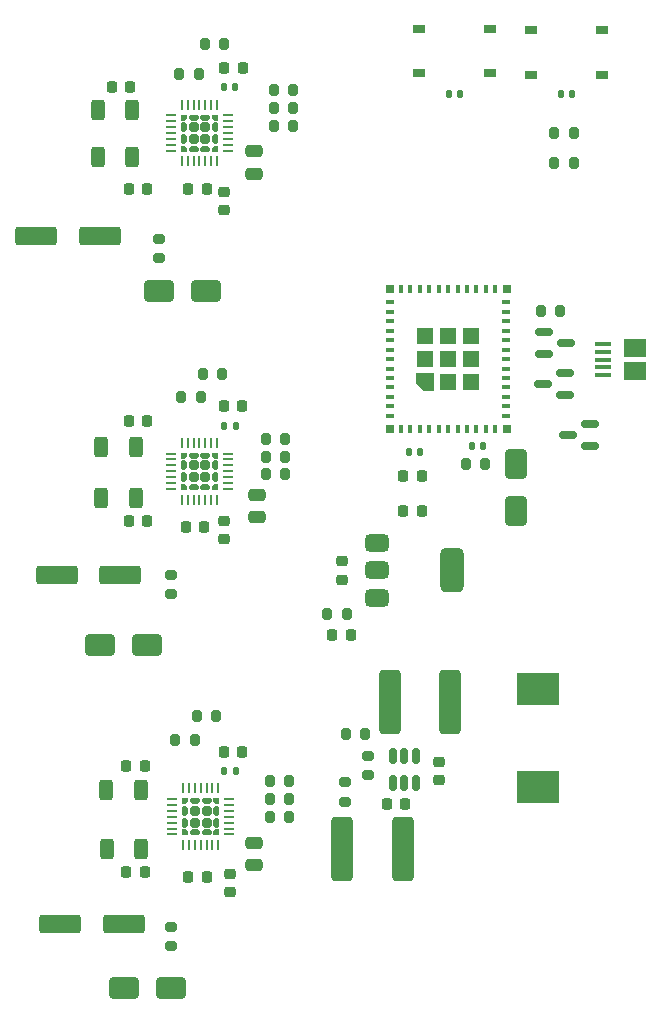
<source format=gbr>
%TF.GenerationSoftware,KiCad,Pcbnew,9.0.0*%
%TF.CreationDate,2025-05-07T21:56:05-07:00*%
%TF.ProjectId,Motor_Controller_Board_v1,4d6f746f-725f-4436-9f6e-74726f6c6c65,v1*%
%TF.SameCoordinates,Original*%
%TF.FileFunction,Paste,Top*%
%TF.FilePolarity,Positive*%
%FSLAX46Y46*%
G04 Gerber Fmt 4.6, Leading zero omitted, Abs format (unit mm)*
G04 Created by KiCad (PCBNEW 9.0.0) date 2025-05-07 21:56:05*
%MOMM*%
%LPD*%
G01*
G04 APERTURE LIST*
G04 Aperture macros list*
%AMRoundRect*
0 Rectangle with rounded corners*
0 $1 Rounding radius*
0 $2 $3 $4 $5 $6 $7 $8 $9 X,Y pos of 4 corners*
0 Add a 4 corners polygon primitive as box body*
4,1,4,$2,$3,$4,$5,$6,$7,$8,$9,$2,$3,0*
0 Add four circle primitives for the rounded corners*
1,1,$1+$1,$2,$3*
1,1,$1+$1,$4,$5*
1,1,$1+$1,$6,$7*
1,1,$1+$1,$8,$9*
0 Add four rect primitives between the rounded corners*
20,1,$1+$1,$2,$3,$4,$5,0*
20,1,$1+$1,$4,$5,$6,$7,0*
20,1,$1+$1,$6,$7,$8,$9,0*
20,1,$1+$1,$8,$9,$2,$3,0*%
%AMFreePoly0*
4,1,19,0.197042,0.235489,0.244234,0.181026,0.255792,0.127896,0.255792,-0.127896,0.235489,-0.197042,0.181026,-0.244234,0.127896,-0.255792,-0.127896,-0.255792,-0.197042,-0.235489,-0.244234,-0.181026,-0.255792,-0.127896,-0.255792,-0.037322,-0.235489,0.031824,-0.218332,0.053114,-0.053114,0.218332,0.010136,0.252869,0.037322,0.255792,0.127896,0.255792,0.197042,0.235489,0.197042,0.235489,
$1*%
%AMFreePoly1*
4,1,21,0.197042,0.388965,0.244234,0.334502,0.255792,0.281372,0.255792,-0.281372,0.235489,-0.350518,0.181026,-0.397710,0.127896,-0.409268,0.003297,-0.409268,-0.065849,-0.388965,-0.087139,-0.371808,-0.218332,-0.240614,-0.252869,-0.177364,-0.255792,-0.150178,-0.255792,0.150178,-0.235489,0.219324,-0.218332,0.240614,-0.087139,0.371808,-0.023890,0.406345,0.003297,0.409268,0.127896,0.409268,
0.197042,0.388965,0.197042,0.388965,$1*%
%AMFreePoly2*
4,1,19,0.197042,0.235489,0.244234,0.181026,0.255792,0.127896,0.255792,-0.127896,0.235489,-0.197042,0.181026,-0.244234,0.127896,-0.255792,0.037322,-0.255792,-0.031824,-0.235489,-0.053114,-0.218332,-0.218332,-0.053114,-0.252869,0.010136,-0.255792,0.037322,-0.255792,0.127896,-0.235489,0.197042,-0.181026,0.244234,-0.127896,0.255792,0.127896,0.255792,0.197042,0.235489,0.197042,0.235489,
$1*%
%AMFreePoly3*
4,1,21,0.219324,0.235489,0.240614,0.218332,0.371808,0.087139,0.406345,0.023890,0.409268,-0.003297,0.409268,-0.127896,0.388965,-0.197042,0.334502,-0.244234,0.281372,-0.255792,-0.281372,-0.255792,-0.350518,-0.235489,-0.397710,-0.181026,-0.409268,-0.127896,-0.409268,-0.003297,-0.388965,0.065849,-0.371808,0.087139,-0.240614,0.218332,-0.177364,0.252869,-0.150178,0.255792,0.150178,0.255792,
0.219324,0.235489,0.219324,0.235489,$1*%
%AMFreePoly4*
4,1,25,0.252563,0.389951,0.272819,0.373627,0.373627,0.272819,0.406487,0.212641,0.409268,0.186775,0.409268,-0.186775,0.389951,-0.252563,0.373627,-0.272819,0.272819,-0.373627,0.212641,-0.406487,0.186775,-0.409268,-0.186775,-0.409268,-0.252563,-0.389951,-0.272819,-0.373627,-0.373627,-0.272819,-0.406487,-0.212641,-0.409268,-0.186775,-0.409268,0.186775,-0.389951,0.252563,-0.373627,0.272819,
-0.272819,0.373627,-0.212641,0.406487,-0.186775,0.409268,0.186775,0.409268,0.252563,0.389951,0.252563,0.389951,$1*%
%AMFreePoly5*
4,1,21,0.350518,0.235489,0.397710,0.181026,0.409268,0.127896,0.409268,0.003297,0.388965,-0.065849,0.371808,-0.087139,0.240614,-0.218332,0.177364,-0.252869,0.150178,-0.255792,-0.150178,-0.255792,-0.219324,-0.235489,-0.240614,-0.218332,-0.371808,-0.087139,-0.406345,-0.023890,-0.409268,0.003297,-0.409268,0.127896,-0.388965,0.197042,-0.334502,0.244234,-0.281372,0.255792,0.281372,0.255792,
0.350518,0.235489,0.350518,0.235489,$1*%
%AMFreePoly6*
4,1,19,0.031824,0.235489,0.053114,0.218332,0.218332,0.053114,0.252869,-0.010136,0.255792,-0.037322,0.255792,-0.127896,0.235489,-0.197042,0.181026,-0.244234,0.127896,-0.255792,-0.127896,-0.255792,-0.197042,-0.235489,-0.244234,-0.181026,-0.255792,-0.127896,-0.255792,0.127896,-0.235489,0.197042,-0.181026,0.244234,-0.127896,0.255792,-0.037322,0.255792,0.031824,0.235489,0.031824,0.235489,
$1*%
%AMFreePoly7*
4,1,21,0.065849,0.388965,0.087139,0.371808,0.218332,0.240614,0.252869,0.177364,0.255792,0.150178,0.255792,-0.150178,0.235489,-0.219324,0.218332,-0.240614,0.087139,-0.371808,0.023890,-0.406345,-0.003297,-0.409268,-0.127896,-0.409268,-0.197042,-0.388965,-0.244234,-0.334502,-0.255792,-0.281372,-0.255792,0.281372,-0.235489,0.350518,-0.181026,0.397710,-0.127896,0.409268,-0.003297,0.409268,
0.065849,0.388965,0.065849,0.388965,$1*%
%AMFreePoly8*
4,1,19,0.197042,0.235489,0.244234,0.181026,0.255792,0.127896,0.255792,0.037322,0.235489,-0.031824,0.218332,-0.053114,0.053114,-0.218332,-0.010136,-0.252869,-0.037322,-0.255792,-0.127896,-0.255792,-0.197042,-0.235489,-0.244234,-0.181026,-0.255792,-0.127896,-0.255792,0.127896,-0.235489,0.197042,-0.181026,0.244234,-0.127896,0.255792,0.127896,0.255792,0.197042,0.235489,0.197042,0.235489,
$1*%
%AMFreePoly9*
4,1,6,0.725000,-0.725000,-0.725000,-0.725000,-0.725000,0.125000,-0.125000,0.725000,0.725000,0.725000,0.725000,-0.725000,0.725000,-0.725000,$1*%
G04 Aperture macros list end*
%ADD10RoundRect,0.150000X0.587500X0.150000X-0.587500X0.150000X-0.587500X-0.150000X0.587500X-0.150000X0*%
%ADD11RoundRect,0.150000X-0.587500X-0.150000X0.587500X-0.150000X0.587500X0.150000X-0.587500X0.150000X0*%
%ADD12RoundRect,0.062500X0.387500X-0.062500X0.387500X0.062500X-0.387500X0.062500X-0.387500X-0.062500X0*%
%ADD13RoundRect,0.062500X0.062500X-0.387500X0.062500X0.387500X-0.062500X0.387500X-0.062500X-0.387500X0*%
%ADD14FreePoly0,90.000000*%
%ADD15FreePoly1,90.000000*%
%ADD16FreePoly2,90.000000*%
%ADD17FreePoly3,90.000000*%
%ADD18FreePoly4,90.000000*%
%ADD19FreePoly5,90.000000*%
%ADD20FreePoly6,90.000000*%
%ADD21FreePoly7,90.000000*%
%ADD22FreePoly8,90.000000*%
%ADD23R,1.000000X0.750000*%
%ADD24RoundRect,0.225000X-0.225000X-0.250000X0.225000X-0.250000X0.225000X0.250000X-0.225000X0.250000X0*%
%ADD25RoundRect,0.225000X0.225000X0.250000X-0.225000X0.250000X-0.225000X-0.250000X0.225000X-0.250000X0*%
%ADD26RoundRect,0.250000X1.500000X0.550000X-1.500000X0.550000X-1.500000X-0.550000X1.500000X-0.550000X0*%
%ADD27RoundRect,0.140000X0.140000X0.170000X-0.140000X0.170000X-0.140000X-0.170000X0.140000X-0.170000X0*%
%ADD28RoundRect,0.250000X0.650000X-1.000000X0.650000X1.000000X-0.650000X1.000000X-0.650000X-1.000000X0*%
%ADD29RoundRect,0.225000X0.250000X-0.225000X0.250000X0.225000X-0.250000X0.225000X-0.250000X-0.225000X0*%
%ADD30RoundRect,0.200000X0.200000X0.275000X-0.200000X0.275000X-0.200000X-0.275000X0.200000X-0.275000X0*%
%ADD31RoundRect,0.200000X-0.275000X0.200000X-0.275000X-0.200000X0.275000X-0.200000X0.275000X0.200000X0*%
%ADD32RoundRect,0.200000X-0.200000X-0.275000X0.200000X-0.275000X0.200000X0.275000X-0.200000X0.275000X0*%
%ADD33RoundRect,0.250000X0.650000X2.450000X-0.650000X2.450000X-0.650000X-2.450000X0.650000X-2.450000X0*%
%ADD34RoundRect,0.218750X0.218750X0.256250X-0.218750X0.256250X-0.218750X-0.256250X0.218750X-0.256250X0*%
%ADD35RoundRect,0.250000X0.312500X0.625000X-0.312500X0.625000X-0.312500X-0.625000X0.312500X-0.625000X0*%
%ADD36RoundRect,0.250000X-0.475000X0.250000X-0.475000X-0.250000X0.475000X-0.250000X0.475000X0.250000X0*%
%ADD37RoundRect,0.140000X-0.140000X-0.170000X0.140000X-0.170000X0.140000X0.170000X-0.140000X0.170000X0*%
%ADD38RoundRect,0.250000X1.000000X0.650000X-1.000000X0.650000X-1.000000X-0.650000X1.000000X-0.650000X0*%
%ADD39RoundRect,0.200000X0.275000X-0.200000X0.275000X0.200000X-0.275000X0.200000X-0.275000X-0.200000X0*%
%ADD40RoundRect,0.225000X-0.250000X0.225000X-0.250000X-0.225000X0.250000X-0.225000X0.250000X0.225000X0*%
%ADD41R,3.600000X2.700000*%
%ADD42R,1.350000X0.400000*%
%ADD43R,1.900000X1.500000*%
%ADD44RoundRect,0.375000X-0.625000X-0.375000X0.625000X-0.375000X0.625000X0.375000X-0.625000X0.375000X0*%
%ADD45RoundRect,0.500000X-0.500000X-1.400000X0.500000X-1.400000X0.500000X1.400000X-0.500000X1.400000X0*%
%ADD46RoundRect,0.150000X-0.150000X0.512500X-0.150000X-0.512500X0.150000X-0.512500X0.150000X0.512500X0*%
%ADD47R,0.400000X0.800000*%
%ADD48R,0.800000X0.400000*%
%ADD49FreePoly9,90.000000*%
%ADD50R,1.450000X1.450000*%
%ADD51R,0.700000X0.700000*%
%ADD52RoundRect,0.250000X-1.000000X-0.650000X1.000000X-0.650000X1.000000X0.650000X-1.000000X0.650000X0*%
G04 APERTURE END LIST*
D10*
%TO.C,D301*%
X176450000Y-101850000D03*
X178325000Y-100900000D03*
X178325000Y-102800000D03*
%TD*%
D11*
%TO.C,D302*%
X178450000Y-98400000D03*
X176575000Y-99350000D03*
X176575000Y-97450000D03*
%TD*%
D10*
%TO.C,D304*%
X178575000Y-106200000D03*
X180450000Y-105250000D03*
X180450000Y-107150000D03*
%TD*%
D12*
%TO.C,U401*%
X145000000Y-82120000D03*
X145000000Y-81620000D03*
X145000000Y-81120000D03*
X145000000Y-80620000D03*
X145000000Y-80120000D03*
X145000000Y-79620000D03*
X145000000Y-79120000D03*
D13*
X145900000Y-78220000D03*
X146400000Y-78220000D03*
X146900000Y-78220000D03*
X147400000Y-78220000D03*
X147900000Y-78220000D03*
X148400000Y-78220000D03*
X148900000Y-78220000D03*
D12*
X149800000Y-79120000D03*
X149800000Y-79620000D03*
X149800000Y-80120000D03*
X149800000Y-80620000D03*
X149800000Y-81120000D03*
X149800000Y-81620000D03*
X149800000Y-82120000D03*
D13*
X148900000Y-83020000D03*
X148400000Y-83020000D03*
X147900000Y-83020000D03*
X147400000Y-83020000D03*
X146900000Y-83020000D03*
X146400000Y-83020000D03*
X145900000Y-83020000D03*
D14*
X148712500Y-79307500D03*
D15*
X147900000Y-79307500D03*
X146900000Y-79307500D03*
D16*
X146087500Y-79307500D03*
D17*
X148712500Y-80120000D03*
D18*
X147900000Y-80120000D03*
X146900000Y-80120000D03*
D19*
X146087500Y-80120000D03*
D17*
X148712500Y-81120000D03*
D18*
X147900000Y-81120000D03*
X146900000Y-81120000D03*
D19*
X146087500Y-81120000D03*
D20*
X148712500Y-81932500D03*
D21*
X147900000Y-81932500D03*
X146900000Y-81932500D03*
D22*
X146087500Y-81932500D03*
%TD*%
D12*
%TO.C,U402*%
X145100000Y-140000000D03*
X145100000Y-139500000D03*
X145100000Y-139000000D03*
X145100000Y-138500000D03*
X145100000Y-138000000D03*
X145100000Y-137500000D03*
X145100000Y-137000000D03*
D13*
X146000000Y-136100000D03*
X146500000Y-136100000D03*
X147000000Y-136100000D03*
X147500000Y-136100000D03*
X148000000Y-136100000D03*
X148500000Y-136100000D03*
X149000000Y-136100000D03*
D12*
X149900000Y-137000000D03*
X149900000Y-137500000D03*
X149900000Y-138000000D03*
X149900000Y-138500000D03*
X149900000Y-139000000D03*
X149900000Y-139500000D03*
X149900000Y-140000000D03*
D13*
X149000000Y-140900000D03*
X148500000Y-140900000D03*
X148000000Y-140900000D03*
X147500000Y-140900000D03*
X147000000Y-140900000D03*
X146500000Y-140900000D03*
X146000000Y-140900000D03*
D14*
X148812500Y-137187500D03*
D15*
X148000000Y-137187500D03*
X147000000Y-137187500D03*
D16*
X146187500Y-137187500D03*
D17*
X148812500Y-138000000D03*
D18*
X148000000Y-138000000D03*
X147000000Y-138000000D03*
D19*
X146187500Y-138000000D03*
D17*
X148812500Y-139000000D03*
D18*
X148000000Y-139000000D03*
X147000000Y-139000000D03*
D19*
X146187500Y-139000000D03*
D20*
X148812500Y-139812500D03*
D21*
X148000000Y-139812500D03*
X147000000Y-139812500D03*
D22*
X146187500Y-139812500D03*
%TD*%
D12*
%TO.C,U403*%
X145000000Y-110750000D03*
X145000000Y-110250000D03*
X145000000Y-109750000D03*
X145000000Y-109250000D03*
X145000000Y-108750000D03*
X145000000Y-108250000D03*
X145000000Y-107750000D03*
D13*
X145900000Y-106850000D03*
X146400000Y-106850000D03*
X146900000Y-106850000D03*
X147400000Y-106850000D03*
X147900000Y-106850000D03*
X148400000Y-106850000D03*
X148900000Y-106850000D03*
D12*
X149800000Y-107750000D03*
X149800000Y-108250000D03*
X149800000Y-108750000D03*
X149800000Y-109250000D03*
X149800000Y-109750000D03*
X149800000Y-110250000D03*
X149800000Y-110750000D03*
D13*
X148900000Y-111650000D03*
X148400000Y-111650000D03*
X147900000Y-111650000D03*
X147400000Y-111650000D03*
X146900000Y-111650000D03*
X146400000Y-111650000D03*
X145900000Y-111650000D03*
D14*
X148712500Y-107937500D03*
D15*
X147900000Y-107937500D03*
X146900000Y-107937500D03*
D16*
X146087500Y-107937500D03*
D17*
X148712500Y-108750000D03*
D18*
X147900000Y-108750000D03*
X146900000Y-108750000D03*
D19*
X146087500Y-108750000D03*
D17*
X148712500Y-109750000D03*
D18*
X147900000Y-109750000D03*
X146900000Y-109750000D03*
D19*
X146087500Y-109750000D03*
D20*
X148712500Y-110562500D03*
D21*
X147900000Y-110562500D03*
X146900000Y-110562500D03*
D22*
X146087500Y-110562500D03*
%TD*%
D23*
%TO.C,SW301*%
X166000000Y-71800000D03*
X172000000Y-71800000D03*
X166000000Y-75550000D03*
X172000000Y-75550000D03*
%TD*%
D24*
%TO.C,C424*%
X146225000Y-114000000D03*
X147775000Y-114000000D03*
%TD*%
D25*
%TO.C,C206*%
X166225000Y-112650000D03*
X164675000Y-112650000D03*
%TD*%
D26*
%TO.C,C410*%
X139000000Y-89370000D03*
X133600000Y-89370000D03*
%TD*%
D27*
%TO.C,C403*%
X150480000Y-134650000D03*
X149520000Y-134650000D03*
%TD*%
D28*
%TO.C,D303*%
X174200000Y-112650000D03*
X174200000Y-108650000D03*
%TD*%
D29*
%TO.C,C205*%
X159450000Y-118425000D03*
X159450000Y-116875000D03*
%TD*%
D30*
%TO.C,R402*%
X147325000Y-75620000D03*
X145675000Y-75620000D03*
%TD*%
D31*
%TO.C,R407*%
X145000000Y-147795000D03*
X145000000Y-149445000D03*
%TD*%
D24*
%TO.C,C412*%
X146450000Y-85370000D03*
X148000000Y-85370000D03*
%TD*%
D26*
%TO.C,C415*%
X141000000Y-147620000D03*
X135600000Y-147620000D03*
%TD*%
D30*
%TO.C,R404*%
X147000000Y-132000000D03*
X145350000Y-132000000D03*
%TD*%
D27*
%TO.C,C417*%
X150480000Y-105400000D03*
X149520000Y-105400000D03*
%TD*%
D30*
%TO.C,R411*%
X155325000Y-79980000D03*
X153675000Y-79980000D03*
%TD*%
D27*
%TO.C,C401*%
X150400000Y-76700000D03*
X149440000Y-76700000D03*
%TD*%
D32*
%TO.C,R203*%
X159775000Y-131500000D03*
X161425000Y-131500000D03*
%TD*%
%TO.C,R201*%
X158210000Y-121300000D03*
X159860000Y-121300000D03*
%TD*%
D30*
%TO.C,R418*%
X147500000Y-103000000D03*
X145850000Y-103000000D03*
%TD*%
D33*
%TO.C,C204*%
X168600000Y-128800000D03*
X163500000Y-128800000D03*
%TD*%
D34*
%TO.C,D201*%
X160237500Y-123150000D03*
X158662500Y-123150000D03*
%TD*%
D30*
%TO.C,R403*%
X148825000Y-130000000D03*
X147175000Y-130000000D03*
%TD*%
D32*
%TO.C,R302*%
X177450000Y-80650000D03*
X179100000Y-80650000D03*
%TD*%
D35*
%TO.C,R422*%
X142000000Y-111500000D03*
X139075000Y-111500000D03*
%TD*%
D36*
%TO.C,C411*%
X152000000Y-140720000D03*
X152000000Y-142620000D03*
%TD*%
D37*
%TO.C,C304*%
X170450000Y-107150000D03*
X171410000Y-107150000D03*
%TD*%
D35*
%TO.C,R421*%
X142000000Y-107210000D03*
X139075000Y-107210000D03*
%TD*%
D37*
%TO.C,C301*%
X165145000Y-107640000D03*
X166105000Y-107640000D03*
%TD*%
D33*
%TO.C,C202*%
X164600000Y-141200000D03*
X159500000Y-141200000D03*
%TD*%
D38*
%TO.C,D403*%
X143000000Y-124000000D03*
X139000000Y-124000000D03*
%TD*%
D24*
%TO.C,C421*%
X141450000Y-113500000D03*
X143000000Y-113500000D03*
%TD*%
D36*
%TO.C,C407*%
X152000000Y-82170000D03*
X152000000Y-84070000D03*
%TD*%
D35*
%TO.C,R409*%
X141712500Y-78620000D03*
X138787500Y-78620000D03*
%TD*%
D39*
%TO.C,R202*%
X159750000Y-137250000D03*
X159750000Y-135600000D03*
%TD*%
D32*
%TO.C,R401*%
X147865000Y-73090000D03*
X149515000Y-73090000D03*
%TD*%
%TO.C,R303*%
X177450000Y-83160000D03*
X179100000Y-83160000D03*
%TD*%
D40*
%TO.C,C406*%
X150000000Y-143325000D03*
X150000000Y-144875000D03*
%TD*%
D41*
%TO.C,L201*%
X176050000Y-135950000D03*
X176050000Y-127650000D03*
%TD*%
D42*
%TO.C,J302*%
X181575000Y-101100000D03*
X181575000Y-100450000D03*
X181575000Y-99800000D03*
X181575000Y-99150000D03*
X181575000Y-98500000D03*
D43*
X184275000Y-100800000D03*
X184275000Y-98800000D03*
%TD*%
D40*
%TO.C,C419*%
X149500000Y-113450000D03*
X149500000Y-115000000D03*
%TD*%
D38*
%TO.C,D402*%
X145000000Y-153000000D03*
X141000000Y-153000000D03*
%TD*%
D24*
%TO.C,C409*%
X140005000Y-76680000D03*
X141555000Y-76680000D03*
%TD*%
D30*
%TO.C,R424*%
X154650000Y-106500000D03*
X153000000Y-106500000D03*
%TD*%
D24*
%TO.C,C422*%
X141450000Y-105000000D03*
X143000000Y-105000000D03*
%TD*%
D30*
%TO.C,R423*%
X154650000Y-109500000D03*
X153000000Y-109500000D03*
%TD*%
D44*
%TO.C,U202*%
X162450000Y-115350000D03*
X162450000Y-117650000D03*
D45*
X168750000Y-117650000D03*
D44*
X162450000Y-119950000D03*
%TD*%
D46*
%TO.C,U201*%
X165700000Y-133375000D03*
X164750000Y-133375000D03*
X163800000Y-133375000D03*
X163800000Y-135650000D03*
X164750000Y-135650000D03*
X165700000Y-135650000D03*
%TD*%
D37*
%TO.C,C305*%
X178000000Y-77300000D03*
X178960000Y-77300000D03*
%TD*%
D32*
%TO.C,R417*%
X147675000Y-101000000D03*
X149325000Y-101000000D03*
%TD*%
D24*
%TO.C,C408*%
X141450000Y-85370000D03*
X143000000Y-85370000D03*
%TD*%
%TO.C,C416*%
X146450000Y-143620000D03*
X148000000Y-143620000D03*
%TD*%
D35*
%TO.C,R412*%
X142437500Y-136200000D03*
X139512500Y-136200000D03*
%TD*%
D30*
%TO.C,R304*%
X177950000Y-95650000D03*
X176300000Y-95650000D03*
%TD*%
D29*
%TO.C,C201*%
X167700000Y-135425000D03*
X167700000Y-133875000D03*
%TD*%
D47*
%TO.C,U301*%
X164450000Y-105650000D03*
X165250000Y-105650000D03*
X166050000Y-105650000D03*
X166850000Y-105650000D03*
X167650000Y-105650000D03*
X168450000Y-105650000D03*
X169250000Y-105650000D03*
X170050000Y-105650000D03*
X170850000Y-105650000D03*
X171650000Y-105650000D03*
X172450000Y-105650000D03*
D48*
X173350000Y-104550000D03*
X173350000Y-103750000D03*
X173350000Y-102950000D03*
X173350000Y-102150000D03*
X173350000Y-101350000D03*
X173350000Y-100550000D03*
X173350000Y-99750000D03*
X173350000Y-98950000D03*
X173350000Y-98150000D03*
X173350000Y-97350000D03*
X173350000Y-96550000D03*
X173350000Y-95750000D03*
X173350000Y-94950000D03*
D47*
X172450000Y-93850000D03*
X171650000Y-93850000D03*
X170850000Y-93850000D03*
X170050000Y-93850000D03*
X169250000Y-93850000D03*
X168450000Y-93850000D03*
X167650000Y-93850000D03*
X166850000Y-93850000D03*
X166050000Y-93850000D03*
X165250000Y-93850000D03*
X164450000Y-93850000D03*
D48*
X163550000Y-94950000D03*
X163550000Y-95750000D03*
X163550000Y-96550000D03*
X163550000Y-97350000D03*
X163550000Y-98150000D03*
X163550000Y-98950000D03*
X163550000Y-99750000D03*
X163550000Y-100550000D03*
X163550000Y-101350000D03*
X163550000Y-102150000D03*
X163550000Y-102950000D03*
X163550000Y-103750000D03*
X163550000Y-104550000D03*
D49*
X166475000Y-101725000D03*
D50*
X168450000Y-101725000D03*
X170425000Y-101725000D03*
X166475000Y-99750000D03*
X168450000Y-99750000D03*
X170425000Y-99750000D03*
X166475000Y-97775000D03*
X168450000Y-97775000D03*
X170425000Y-97775000D03*
D51*
X163500000Y-93800000D03*
X173400000Y-93800000D03*
X173400000Y-105700000D03*
X163500000Y-105700000D03*
%TD*%
D25*
%TO.C,C302*%
X166225000Y-109650000D03*
X164675000Y-109650000D03*
%TD*%
D37*
%TO.C,C303*%
X168500000Y-77300000D03*
X169460000Y-77300000D03*
%TD*%
D39*
%TO.C,R204*%
X161700000Y-134975000D03*
X161700000Y-133325000D03*
%TD*%
D30*
%TO.C,R301*%
X171600000Y-108650000D03*
X169950000Y-108650000D03*
%TD*%
%TO.C,R416*%
X155000000Y-135500000D03*
X153350000Y-135500000D03*
%TD*%
D35*
%TO.C,R410*%
X141712500Y-82620000D03*
X138787500Y-82620000D03*
%TD*%
D23*
%TO.C,SW302*%
X175500000Y-71925000D03*
X181500000Y-71925000D03*
X175500000Y-75675000D03*
X181500000Y-75675000D03*
%TD*%
D24*
%TO.C,C404*%
X149450000Y-133000000D03*
X151000000Y-133000000D03*
%TD*%
D30*
%TO.C,R413*%
X155325000Y-77000000D03*
X153675000Y-77000000D03*
%TD*%
D31*
%TO.C,R419*%
X145000000Y-118000000D03*
X145000000Y-119650000D03*
%TD*%
D24*
%TO.C,C414*%
X141200000Y-134200000D03*
X142750000Y-134200000D03*
%TD*%
D30*
%TO.C,R420*%
X154650000Y-108000000D03*
X153000000Y-108000000D03*
%TD*%
D24*
%TO.C,C203*%
X163275000Y-137400000D03*
X164825000Y-137400000D03*
%TD*%
%TO.C,C402*%
X149500000Y-75120000D03*
X151050000Y-75120000D03*
%TD*%
D30*
%TO.C,R408*%
X155000000Y-137000000D03*
X153350000Y-137000000D03*
%TD*%
D52*
%TO.C,D401*%
X143975000Y-93950000D03*
X147975000Y-93950000D03*
%TD*%
D35*
%TO.C,R414*%
X142462500Y-141200000D03*
X139537500Y-141200000D03*
%TD*%
D30*
%TO.C,R415*%
X155000000Y-138500000D03*
X153350000Y-138500000D03*
%TD*%
D40*
%TO.C,C405*%
X149500000Y-85620000D03*
X149500000Y-87170000D03*
%TD*%
D24*
%TO.C,C418*%
X149450000Y-103750000D03*
X151000000Y-103750000D03*
%TD*%
D26*
%TO.C,C423*%
X140700000Y-118000000D03*
X135300000Y-118000000D03*
%TD*%
D24*
%TO.C,C413*%
X141225000Y-143200000D03*
X142775000Y-143200000D03*
%TD*%
D31*
%TO.C,R405*%
X144000000Y-89545000D03*
X144000000Y-91195000D03*
%TD*%
D30*
%TO.C,R406*%
X155325000Y-78500000D03*
X153675000Y-78500000D03*
%TD*%
D36*
%TO.C,C420*%
X152250000Y-111250000D03*
X152250000Y-113150000D03*
%TD*%
M02*

</source>
